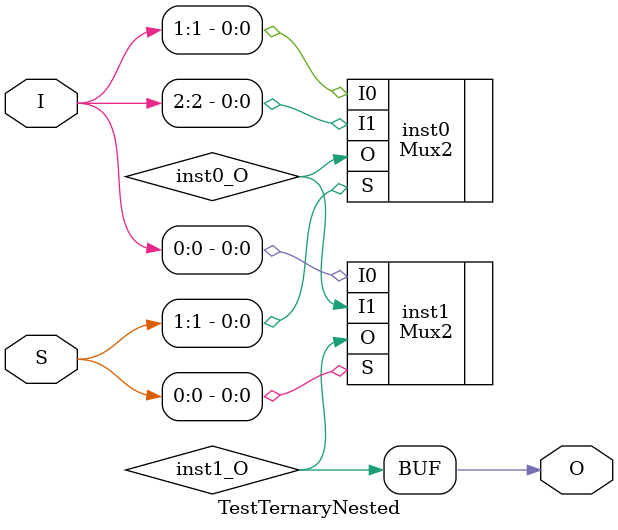
<source format=v>
module TestTernaryNested (input [3:0] I, input [1:0] S, output  O);
wire  inst0_O;
wire  inst1_O;
Mux2 inst0 (.I0(I[1]), .I1(I[2]), .S(S[1]), .O(inst0_O));
Mux2 inst1 (.I0(I[0]), .I1(inst0_O), .S(S[0]), .O(inst1_O));
assign O = inst1_O;
endmodule


</source>
